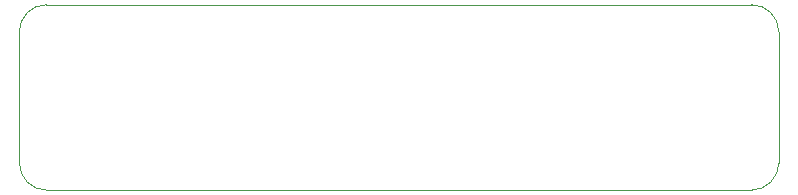
<source format=gbr>
%TF.GenerationSoftware,KiCad,Pcbnew,9.0.0*%
%TF.CreationDate,2025-05-05T10:21:01+02:00*%
%TF.ProjectId,LM4502,4c4d3435-3032-42e6-9b69-6361645f7063,rev?*%
%TF.SameCoordinates,Original*%
%TF.FileFunction,Profile,NP*%
%FSLAX46Y46*%
G04 Gerber Fmt 4.6, Leading zero omitted, Abs format (unit mm)*
G04 Created by KiCad (PCBNEW 9.0.0) date 2025-05-05 10:21:01*
%MOMM*%
%LPD*%
G01*
G04 APERTURE LIST*
%TA.AperFunction,Profile*%
%ADD10C,0.050000*%
%TD*%
G04 APERTURE END LIST*
D10*
X101900000Y-69600000D02*
G75*
G02*
X104200000Y-67300000I2300000J0D01*
G01*
X163900000Y-83000000D02*
X104200000Y-83000000D01*
X104200000Y-83000000D02*
G75*
G02*
X101900000Y-80700000I0J2300000D01*
G01*
X104200000Y-67300000D02*
X163900000Y-67300000D01*
X166200000Y-69600000D02*
X166200000Y-80700000D01*
X101900000Y-80700000D02*
X101900000Y-69600000D01*
X166200000Y-80700000D02*
G75*
G02*
X163900000Y-83000000I-2300000J0D01*
G01*
X163900000Y-67300000D02*
G75*
G02*
X166200000Y-69600000I0J-2300000D01*
G01*
M02*

</source>
